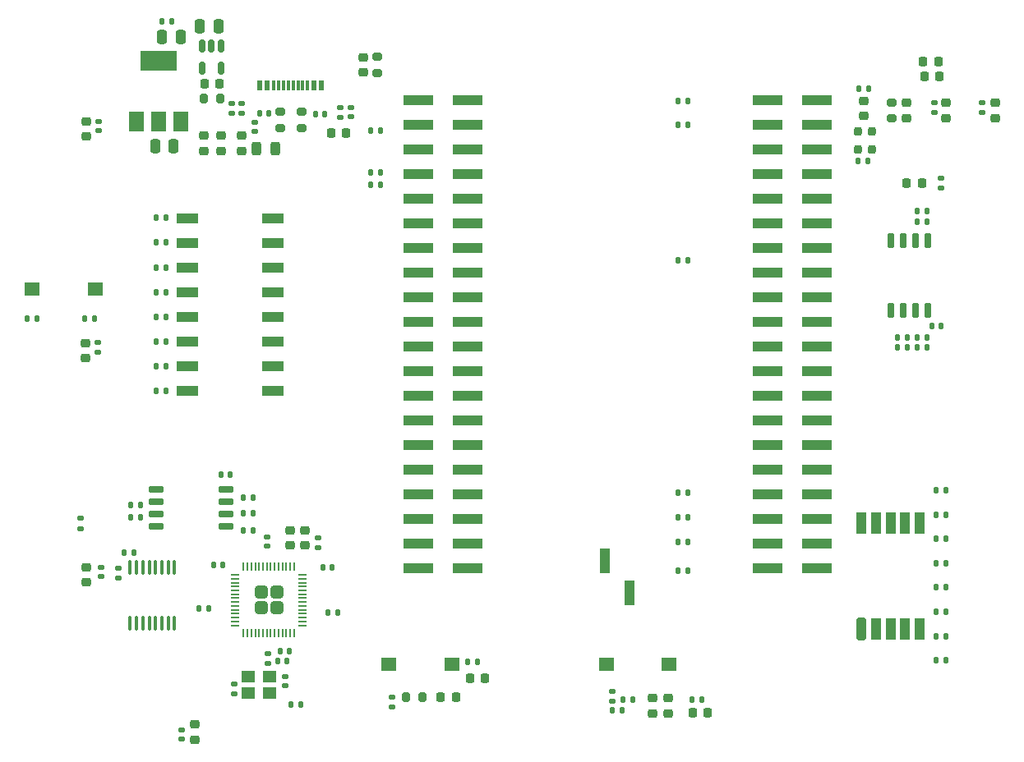
<source format=gbr>
G04 #@! TF.GenerationSoftware,KiCad,Pcbnew,8.0.1-8.0.1-1~ubuntu22.04.1*
G04 #@! TF.CreationDate,2024-04-26T22:25:13-04:00*
G04 #@! TF.ProjectId,tinytapeout-demo,74696e79-7461-4706-956f-75742d64656d,1.2.2*
G04 #@! TF.SameCoordinates,PX35e1f20PY8044ea0*
G04 #@! TF.FileFunction,Paste,Top*
G04 #@! TF.FilePolarity,Positive*
%FSLAX46Y46*%
G04 Gerber Fmt 4.6, Leading zero omitted, Abs format (unit mm)*
G04 Created by KiCad (PCBNEW 8.0.1-8.0.1-1~ubuntu22.04.1) date 2024-04-26 22:25:13*
%MOMM*%
%LPD*%
G01*
G04 APERTURE LIST*
G04 Aperture macros list*
%AMRoundRect*
0 Rectangle with rounded corners*
0 $1 Rounding radius*
0 $2 $3 $4 $5 $6 $7 $8 $9 X,Y pos of 4 corners*
0 Add a 4 corners polygon primitive as box body*
4,1,4,$2,$3,$4,$5,$6,$7,$8,$9,$2,$3,0*
0 Add four circle primitives for the rounded corners*
1,1,$1+$1,$2,$3*
1,1,$1+$1,$4,$5*
1,1,$1+$1,$6,$7*
1,1,$1+$1,$8,$9*
0 Add four rect primitives between the rounded corners*
20,1,$1+$1,$2,$3,$4,$5,0*
20,1,$1+$1,$4,$5,$6,$7,0*
20,1,$1+$1,$6,$7,$8,$9,0*
20,1,$1+$1,$8,$9,$2,$3,0*%
G04 Aperture macros list end*
%ADD10RoundRect,0.225000X0.225000X0.250000X-0.225000X0.250000X-0.225000X-0.250000X0.225000X-0.250000X0*%
%ADD11RoundRect,0.135000X0.185000X-0.135000X0.185000X0.135000X-0.185000X0.135000X-0.185000X-0.135000X0*%
%ADD12RoundRect,0.225000X-0.250000X0.225000X-0.250000X-0.225000X0.250000X-0.225000X0.250000X0.225000X0*%
%ADD13RoundRect,0.140000X-0.140000X-0.170000X0.140000X-0.170000X0.140000X0.170000X-0.140000X0.170000X0*%
%ADD14RoundRect,0.135000X-0.185000X0.135000X-0.185000X-0.135000X0.185000X-0.135000X0.185000X0.135000X0*%
%ADD15RoundRect,0.135000X0.135000X0.185000X-0.135000X0.185000X-0.135000X-0.185000X0.135000X-0.185000X0*%
%ADD16R,0.600000X1.100000*%
%ADD17R,0.300000X1.100000*%
%ADD18RoundRect,0.225000X0.250000X-0.225000X0.250000X0.225000X-0.250000X0.225000X-0.250000X-0.225000X0*%
%ADD19RoundRect,0.250000X0.250000X0.475000X-0.250000X0.475000X-0.250000X-0.475000X0.250000X-0.475000X0*%
%ADD20RoundRect,0.135000X-0.135000X-0.185000X0.135000X-0.185000X0.135000X0.185000X-0.135000X0.185000X0*%
%ADD21RoundRect,0.140000X-0.170000X0.140000X-0.170000X-0.140000X0.170000X-0.140000X0.170000X0.140000X0*%
%ADD22RoundRect,0.200000X-0.200000X-0.275000X0.200000X-0.275000X0.200000X0.275000X-0.200000X0.275000X0*%
%ADD23RoundRect,0.140000X0.170000X-0.140000X0.170000X0.140000X-0.170000X0.140000X-0.170000X-0.140000X0*%
%ADD24R,1.400000X1.200000*%
%ADD25RoundRect,0.200000X0.275000X-0.200000X0.275000X0.200000X-0.275000X0.200000X-0.275000X-0.200000X0*%
%ADD26RoundRect,0.140000X0.140000X0.170000X-0.140000X0.170000X-0.140000X-0.170000X0.140000X-0.170000X0*%
%ADD27R,1.500000X1.400000*%
%ADD28R,1.000000X2.510000*%
%ADD29RoundRect,0.200000X0.200000X0.275000X-0.200000X0.275000X-0.200000X-0.275000X0.200000X-0.275000X0*%
%ADD30R,2.200000X1.100000*%
%ADD31RoundRect,0.150000X-0.150000X0.650000X-0.150000X-0.650000X0.150000X-0.650000X0.150000X0.650000X0*%
%ADD32RoundRect,0.200000X0.300000X-0.950000X0.300000X0.950000X-0.300000X0.950000X-0.300000X-0.950000X0*%
%ADD33R,1.000000X2.300000*%
%ADD34RoundRect,0.150000X-0.650000X-0.150000X0.650000X-0.150000X0.650000X0.150000X-0.650000X0.150000X0*%
%ADD35RoundRect,0.249999X-0.395001X-0.395001X0.395001X-0.395001X0.395001X0.395001X-0.395001X0.395001X0*%
%ADD36RoundRect,0.050000X-0.387500X-0.050000X0.387500X-0.050000X0.387500X0.050000X-0.387500X0.050000X0*%
%ADD37RoundRect,0.050000X-0.050000X-0.387500X0.050000X-0.387500X0.050000X0.387500X-0.050000X0.387500X0*%
%ADD38RoundRect,0.243750X0.243750X0.456250X-0.243750X0.456250X-0.243750X-0.456250X0.243750X-0.456250X0*%
%ADD39RoundRect,0.218750X-0.218750X-0.256250X0.218750X-0.256250X0.218750X0.256250X-0.218750X0.256250X0*%
%ADD40RoundRect,0.200000X0.200000X0.250000X-0.200000X0.250000X-0.200000X-0.250000X0.200000X-0.250000X0*%
%ADD41RoundRect,0.100000X0.100000X-0.637500X0.100000X0.637500X-0.100000X0.637500X-0.100000X-0.637500X0*%
%ADD42RoundRect,0.150000X-0.150000X0.512500X-0.150000X-0.512500X0.150000X-0.512500X0.150000X0.512500X0*%
%ADD43R,1.500000X2.000000*%
%ADD44R,3.800000X2.000000*%
%ADD45R,3.150000X1.000000*%
%ADD46RoundRect,0.218750X0.256250X-0.218750X0.256250X0.218750X-0.256250X0.218750X-0.256250X-0.218750X0*%
%ADD47RoundRect,0.250000X-0.250000X-0.475000X0.250000X-0.475000X0.250000X0.475000X-0.250000X0.475000X0*%
G04 APERTURE END LIST*
D10*
G04 #@! TO.C,C21*
X95075000Y74500000D03*
X93525000Y74500000D03*
G04 #@! TD*
D11*
G04 #@! TO.C,R15*
X99500000Y70790000D03*
X99500000Y71810000D03*
G04 #@! TD*
D12*
G04 #@! TO.C,C32*
X28200000Y27700000D03*
X28200000Y26150000D03*
G04 #@! TD*
D13*
G04 #@! TO.C,C23*
X68195000Y72000000D03*
X69155000Y72000000D03*
G04 #@! TD*
G04 #@! TO.C,C36*
X26920000Y14250000D03*
X27880000Y14250000D03*
G04 #@! TD*
D14*
G04 #@! TO.C,R20*
X22200000Y71710000D03*
X22200000Y70690000D03*
G04 #@! TD*
D15*
G04 #@! TO.C,R38*
X24360000Y31050000D03*
X23340000Y31050000D03*
G04 #@! TD*
D16*
G04 #@! TO.C,J15*
X31450000Y73550000D03*
X30650000Y73550000D03*
D17*
X29500000Y73550000D03*
X28500000Y73550000D03*
X28000000Y73550000D03*
X27000000Y73550000D03*
D16*
X25050000Y73550000D03*
X25850000Y73550000D03*
D17*
X26500000Y73550000D03*
X27500000Y73550000D03*
X29000000Y73550000D03*
X30000000Y73550000D03*
G04 #@! TD*
D18*
G04 #@! TO.C,C48*
X23200000Y66825000D03*
X23200000Y68375000D03*
G04 #@! TD*
D19*
G04 #@! TO.C,C6*
X16190000Y67290000D03*
X14290000Y67290000D03*
G04 #@! TD*
D20*
G04 #@! TO.C,R5*
X14390000Y52271429D03*
X15410000Y52271429D03*
G04 #@! TD*
D21*
G04 #@! TO.C,C56*
X8700000Y23880000D03*
X8700000Y22920000D03*
G04 #@! TD*
D19*
G04 #@! TO.C,C7*
X20800000Y79700000D03*
X18900000Y79700000D03*
G04 #@! TD*
D22*
G04 #@! TO.C,R7*
X40175000Y10500000D03*
X41825000Y10500000D03*
G04 #@! TD*
D20*
G04 #@! TO.C,R1*
X14390000Y42100000D03*
X15410000Y42100000D03*
G04 #@! TD*
D23*
G04 #@! TO.C,C29*
X22400000Y10870000D03*
X22400000Y11830000D03*
G04 #@! TD*
D13*
G04 #@! TO.C,C24*
X68195000Y29000000D03*
X69155000Y29000000D03*
G04 #@! TD*
G04 #@! TO.C,C8*
X46520000Y14100000D03*
X47480000Y14100000D03*
G04 #@! TD*
D24*
G04 #@! TO.C,Y1*
X23900000Y10900000D03*
X26100000Y10900000D03*
X26100000Y12600000D03*
X23900000Y12600000D03*
G04 #@! TD*
D25*
G04 #@! TO.C,R18*
X90200000Y70175000D03*
X90200000Y71825000D03*
G04 #@! TD*
D21*
G04 #@! TO.C,C58*
X8500000Y69880000D03*
X8500000Y68920000D03*
G04 #@! TD*
D13*
G04 #@! TO.C,C27*
X11120000Y25400000D03*
X12080000Y25400000D03*
G04 #@! TD*
D20*
G04 #@! TO.C,R11*
X14390000Y59900000D03*
X15410000Y59900000D03*
G04 #@! TD*
D18*
G04 #@! TO.C,C16*
X67100000Y8825000D03*
X67100000Y10375000D03*
G04 #@! TD*
D15*
G04 #@! TO.C,R43*
X93810000Y59500000D03*
X92790000Y59500000D03*
G04 #@! TD*
D21*
G04 #@! TO.C,C46*
X34500000Y71280000D03*
X34500000Y70320000D03*
G04 #@! TD*
D23*
G04 #@! TO.C,C4*
X17020000Y6165000D03*
X17020000Y7125000D03*
G04 #@! TD*
D15*
G04 #@! TO.C,R24*
X95765000Y26808572D03*
X94745000Y26808572D03*
G04 #@! TD*
G04 #@! TO.C,R22*
X95765000Y31820000D03*
X94745000Y31820000D03*
G04 #@! TD*
D21*
G04 #@! TO.C,C47*
X23200000Y71680000D03*
X23200000Y70720000D03*
G04 #@! TD*
D20*
G04 #@! TO.C,R3*
X14390000Y47185715D03*
X15410000Y47185715D03*
G04 #@! TD*
D13*
G04 #@! TO.C,C2*
X62520000Y10200000D03*
X63480000Y10200000D03*
G04 #@! TD*
D26*
G04 #@! TO.C,C18*
X69155000Y26500000D03*
X68195000Y26500000D03*
G04 #@! TD*
D20*
G04 #@! TO.C,R41*
X28290000Y9700000D03*
X29310000Y9700000D03*
G04 #@! TD*
D18*
G04 #@! TO.C,C42*
X87300000Y70425000D03*
X87300000Y71975000D03*
G04 #@! TD*
D27*
G04 #@! TO.C,SW2*
X67250000Y13900000D03*
X60750000Y13900000D03*
G04 #@! TD*
D14*
G04 #@! TO.C,R8*
X61400000Y11110000D03*
X61400000Y10090000D03*
G04 #@! TD*
D26*
G04 #@! TO.C,C28*
X87680000Y65800000D03*
X86720000Y65800000D03*
G04 #@! TD*
D12*
G04 #@! TO.C,C49*
X19300000Y68375000D03*
X19300000Y66825000D03*
G04 #@! TD*
D13*
G04 #@! TO.C,C35*
X32120000Y19200000D03*
X33080000Y19200000D03*
G04 #@! TD*
D28*
G04 #@! TO.C,J7*
X63190000Y21245000D03*
X60650000Y24555000D03*
G04 #@! TD*
D11*
G04 #@! TO.C,R12*
X38700000Y9490000D03*
X38700000Y10510000D03*
G04 #@! TD*
D10*
G04 #@! TO.C,C25*
X94975000Y76040000D03*
X93425000Y76040000D03*
G04 #@! TD*
D12*
G04 #@! TO.C,C5*
X18400000Y7675000D03*
X18400000Y6125000D03*
G04 #@! TD*
D20*
G04 #@! TO.C,R13*
X61390000Y9100000D03*
X62410000Y9100000D03*
G04 #@! TD*
D14*
G04 #@! TO.C,R21*
X33400000Y71310000D03*
X33400000Y70290000D03*
G04 #@! TD*
D20*
G04 #@! TO.C,R42*
X86790000Y73200000D03*
X87810000Y73200000D03*
G04 #@! TD*
D29*
G04 #@! TO.C,R49*
X20975000Y72200000D03*
X19325000Y72200000D03*
G04 #@! TD*
D20*
G04 #@! TO.C,R2*
X14390000Y44642858D03*
X15410000Y44642858D03*
G04 #@! TD*
D30*
G04 #@! TO.C,SW4*
X17600000Y59890000D03*
X17600000Y57350000D03*
X17600000Y54810000D03*
X17600000Y52270000D03*
X17600000Y49730000D03*
X17600000Y47190000D03*
X17600000Y44650000D03*
X17600000Y42110000D03*
X26400000Y42110000D03*
X26400000Y44650000D03*
X26400000Y47190000D03*
X26400000Y49730000D03*
X26400000Y52270000D03*
X26400000Y54810000D03*
X26400000Y57350000D03*
X26400000Y59890000D03*
G04 #@! TD*
D14*
G04 #@! TO.C,R19*
X95250000Y64010000D03*
X95250000Y62990000D03*
G04 #@! TD*
D25*
G04 #@! TO.C,D5*
X29400000Y69175000D03*
X29400000Y70825000D03*
G04 #@! TD*
D31*
G04 #@! TO.C,U7*
X93905000Y57600000D03*
X92635000Y57600000D03*
X91365000Y57600000D03*
X90095000Y57600000D03*
X90095000Y50400000D03*
X91365000Y50400000D03*
X92635000Y50400000D03*
X93905000Y50400000D03*
G04 #@! TD*
D21*
G04 #@! TO.C,C30*
X27700000Y12630000D03*
X27700000Y11670000D03*
G04 #@! TD*
D15*
G04 #@! TO.C,R28*
X95765000Y16785716D03*
X94745000Y16785716D03*
G04 #@! TD*
D26*
G04 #@! TO.C,C39*
X21280000Y24100000D03*
X20320000Y24100000D03*
G04 #@! TD*
D32*
G04 #@! TO.C,U1*
X87050000Y17550000D03*
D33*
X88550000Y17550000D03*
X90050000Y17550000D03*
X91550000Y17550000D03*
X93050000Y17550000D03*
X93050000Y28450000D03*
X91550000Y28450000D03*
X90050000Y28450000D03*
X88550000Y28450000D03*
X87050000Y28450000D03*
G04 #@! TD*
D15*
G04 #@! TO.C,R23*
X95765000Y29314286D03*
X94745000Y29314286D03*
G04 #@! TD*
D26*
G04 #@! TO.C,C38*
X19780000Y19600000D03*
X18820000Y19600000D03*
G04 #@! TD*
D15*
G04 #@! TO.C,R45*
X93810000Y47600000D03*
X92790000Y47600000D03*
G04 #@! TD*
D34*
G04 #@! TO.C,U5*
X14400000Y31905000D03*
X14400000Y30635000D03*
X14400000Y29365000D03*
X14400000Y28095000D03*
X21600000Y28095000D03*
X21600000Y29365000D03*
X21600000Y30635000D03*
X21600000Y31905000D03*
G04 #@! TD*
D18*
G04 #@! TO.C,C37*
X29700000Y26125000D03*
X29700000Y27675000D03*
G04 #@! TD*
D20*
G04 #@! TO.C,R35*
X11740000Y29035000D03*
X12760000Y29035000D03*
G04 #@! TD*
D35*
G04 #@! TO.C,U6*
X25200000Y21300000D03*
X25200000Y19700000D03*
X26800000Y21300000D03*
X26800000Y19700000D03*
D36*
X22562500Y23100000D03*
X22562500Y22700000D03*
X22562500Y22300000D03*
X22562500Y21900000D03*
X22562500Y21500000D03*
X22562500Y21100000D03*
X22562500Y20700000D03*
X22562500Y20300000D03*
X22562500Y19900000D03*
X22562500Y19500000D03*
X22562500Y19100000D03*
X22562500Y18700000D03*
X22562500Y18300000D03*
X22562500Y17900000D03*
D37*
X23400000Y17062500D03*
X23800000Y17062500D03*
X24200000Y17062500D03*
X24600000Y17062500D03*
X25000000Y17062500D03*
X25400000Y17062500D03*
X25800000Y17062500D03*
X26200000Y17062500D03*
X26600000Y17062500D03*
X27000000Y17062500D03*
X27400000Y17062500D03*
X27800000Y17062500D03*
X28200000Y17062500D03*
X28600000Y17062500D03*
D36*
X29437500Y17900000D03*
X29437500Y18300000D03*
X29437500Y18700000D03*
X29437500Y19100000D03*
X29437500Y19500000D03*
X29437500Y19900000D03*
X29437500Y20300000D03*
X29437500Y20700000D03*
X29437500Y21100000D03*
X29437500Y21500000D03*
X29437500Y21900000D03*
X29437500Y22300000D03*
X29437500Y22700000D03*
X29437500Y23100000D03*
D37*
X28600000Y23937500D03*
X28200000Y23937500D03*
X27800000Y23937500D03*
X27400000Y23937500D03*
X27000000Y23937500D03*
X26600000Y23937500D03*
X26200000Y23937500D03*
X25800000Y23937500D03*
X25400000Y23937500D03*
X25000000Y23937500D03*
X24600000Y23937500D03*
X24200000Y23937500D03*
X23800000Y23937500D03*
X23400000Y23937500D03*
G04 #@! TD*
D23*
G04 #@! TO.C,C33*
X31100000Y25920000D03*
X31100000Y26880000D03*
G04 #@! TD*
D15*
G04 #@! TO.C,R27*
X95765000Y19291430D03*
X94745000Y19291430D03*
G04 #@! TD*
D13*
G04 #@! TO.C,C20*
X68195000Y55500000D03*
X69155000Y55500000D03*
G04 #@! TD*
D10*
G04 #@! TO.C,C9*
X48275000Y12400000D03*
X46725000Y12400000D03*
G04 #@! TD*
D38*
G04 #@! TO.C,F1*
X26637500Y67050000D03*
X24762500Y67050000D03*
G04 #@! TD*
D13*
G04 #@! TO.C,C12*
X15020000Y80200000D03*
X15980000Y80200000D03*
G04 #@! TD*
D20*
G04 #@! TO.C,R40*
X11740000Y30335000D03*
X12760000Y30335000D03*
G04 #@! TD*
D26*
G04 #@! TO.C,C45*
X26000000Y70700000D03*
X25040000Y70700000D03*
G04 #@! TD*
D39*
G04 #@! TO.C,F2*
X32412500Y68700000D03*
X33987500Y68700000D03*
G04 #@! TD*
D11*
G04 #@! TO.C,R37*
X25900000Y13990000D03*
X25900000Y15010000D03*
G04 #@! TD*
D13*
G04 #@! TO.C,C26*
X68195000Y23500000D03*
X69155000Y23500000D03*
G04 #@! TD*
G04 #@! TO.C,C19*
X68195000Y69500000D03*
X69155000Y69500000D03*
G04 #@! TD*
D40*
G04 #@! TO.C,X1*
X88125000Y66975000D03*
X88125000Y68825000D03*
X86675000Y68825000D03*
X86675000Y66975000D03*
G04 #@! TD*
D10*
G04 #@! TO.C,C15*
X71225000Y8900000D03*
X69675000Y8900000D03*
G04 #@! TD*
D27*
G04 #@! TO.C,SW3*
X1650000Y52600000D03*
X8150000Y52600000D03*
G04 #@! TD*
D25*
G04 #@! TO.C,R16*
X37200000Y74875000D03*
X37200000Y76525000D03*
G04 #@! TD*
D18*
G04 #@! TO.C,C17*
X65500000Y8825000D03*
X65500000Y10375000D03*
G04 #@! TD*
D41*
G04 #@! TO.C,U4*
X11725000Y18137500D03*
X12375000Y18137500D03*
X13025000Y18137500D03*
X13675000Y18137500D03*
X14325000Y18137500D03*
X14975000Y18137500D03*
X15625000Y18137500D03*
X16275000Y18137500D03*
X16275000Y23862500D03*
X15625000Y23862500D03*
X14975000Y23862500D03*
X14325000Y23862500D03*
X13675000Y23862500D03*
X13025000Y23862500D03*
X12375000Y23862500D03*
X11725000Y23862500D03*
G04 #@! TD*
D27*
G04 #@! TO.C,SW1*
X38350000Y13900000D03*
X44850000Y13900000D03*
G04 #@! TD*
D18*
G04 #@! TO.C,C3*
X35700000Y74925000D03*
X35700000Y76475000D03*
G04 #@! TD*
D11*
G04 #@! TO.C,R17*
X94550000Y70790000D03*
X94550000Y71810000D03*
G04 #@! TD*
D13*
G04 #@! TO.C,C34*
X31570000Y23900000D03*
X32530000Y23900000D03*
G04 #@! TD*
D15*
G04 #@! TO.C,R31*
X37510000Y64600000D03*
X36490000Y64600000D03*
G04 #@! TD*
D42*
G04 #@! TO.C,U3*
X21050000Y77637500D03*
X20100000Y77637500D03*
X19150000Y77637500D03*
X19150000Y75362500D03*
X21050000Y75362500D03*
G04 #@! TD*
D21*
G04 #@! TO.C,C60*
X8400000Y47030000D03*
X8400000Y46070000D03*
G04 #@! TD*
D43*
G04 #@! TO.C,U2*
X12350000Y69850000D03*
X14650000Y69850000D03*
D44*
X14650000Y76150000D03*
D43*
X16950000Y69850000D03*
G04 #@! TD*
D15*
G04 #@! TO.C,R25*
X95765000Y24302858D03*
X94745000Y24302858D03*
G04 #@! TD*
G04 #@! TO.C,R29*
X95765000Y14280000D03*
X94745000Y14280000D03*
G04 #@! TD*
D18*
G04 #@! TO.C,C61*
X7150000Y45425000D03*
X7150000Y46975000D03*
G04 #@! TD*
D15*
G04 #@! TO.C,R47*
X93810000Y46600000D03*
X92790000Y46600000D03*
G04 #@! TD*
D20*
G04 #@! TO.C,R6*
X14390000Y54814286D03*
X15410000Y54814286D03*
G04 #@! TD*
D10*
G04 #@! TO.C,C11*
X20925000Y73700000D03*
X19375000Y73700000D03*
G04 #@! TD*
D45*
G04 #@! TO.C,J4*
X41395000Y72030000D03*
X46445000Y72030000D03*
X41395000Y69490000D03*
X46445000Y69490000D03*
X41395000Y66950000D03*
X46445000Y66950000D03*
X41395000Y64410000D03*
X46445000Y64410000D03*
X41395000Y61870000D03*
X46445000Y61870000D03*
X41395000Y59330000D03*
X46445000Y59330000D03*
X41395000Y56790000D03*
X46445000Y56790000D03*
X41395000Y54250000D03*
X46445000Y54250000D03*
X41395000Y51710000D03*
X46445000Y51710000D03*
X41395000Y49170000D03*
X46445000Y49170000D03*
X41395000Y46630000D03*
X46445000Y46630000D03*
X41395000Y44090000D03*
X46445000Y44090000D03*
X41395000Y41550000D03*
X46445000Y41550000D03*
X41395000Y39010000D03*
X46445000Y39010000D03*
X41395000Y36470000D03*
X46445000Y36470000D03*
X41395000Y33930000D03*
X46445000Y33930000D03*
X41395000Y31390000D03*
X46445000Y31390000D03*
X41395000Y28850000D03*
X46445000Y28850000D03*
X41395000Y26310000D03*
X46445000Y26310000D03*
X41395000Y23770000D03*
X46445000Y23770000D03*
X77395000Y72030000D03*
X82445000Y72030000D03*
X77395000Y69490000D03*
X82445000Y69490000D03*
X77395000Y66950000D03*
X82445000Y66950000D03*
X77395000Y64410000D03*
X82445000Y64410000D03*
X77395000Y61870000D03*
X82445000Y61870000D03*
X77395000Y59330000D03*
X82445000Y59330000D03*
X77395000Y56790000D03*
X82445000Y56790000D03*
X77395000Y54250000D03*
X82445000Y54250000D03*
X77395000Y51710000D03*
X82445000Y51710000D03*
X77395000Y49170000D03*
X82445000Y49170000D03*
X77395000Y46630000D03*
X82445000Y46630000D03*
X77395000Y44090000D03*
X82445000Y44090000D03*
X77395000Y41550000D03*
X82445000Y41550000D03*
X77395000Y39010000D03*
X82445000Y39010000D03*
X77395000Y36470000D03*
X82445000Y36470000D03*
X77395000Y33930000D03*
X82445000Y33930000D03*
X77395000Y31390000D03*
X82445000Y31390000D03*
X77395000Y28850000D03*
X82445000Y28850000D03*
X77395000Y26310000D03*
X82445000Y26310000D03*
X77395000Y23770000D03*
X82445000Y23770000D03*
G04 #@! TD*
D26*
G04 #@! TO.C,C43*
X95280000Y48800000D03*
X94320000Y48800000D03*
G04 #@! TD*
D20*
G04 #@! TO.C,R10*
X14390000Y57357143D03*
X15410000Y57357143D03*
G04 #@! TD*
D46*
G04 #@! TO.C,D2*
X95800000Y70212500D03*
X95800000Y71787500D03*
G04 #@! TD*
D20*
G04 #@! TO.C,R30*
X36490000Y68900000D03*
X37510000Y68900000D03*
G04 #@! TD*
D15*
G04 #@! TO.C,R44*
X93810000Y60600000D03*
X92790000Y60600000D03*
G04 #@! TD*
G04 #@! TO.C,R26*
X95765000Y21797144D03*
X94745000Y21797144D03*
G04 #@! TD*
D23*
G04 #@! TO.C,C41*
X25800000Y26070000D03*
X25800000Y27030000D03*
G04 #@! TD*
G04 #@! TO.C,C13*
X24550000Y68820000D03*
X24550000Y69780000D03*
G04 #@! TD*
D15*
G04 #@! TO.C,R48*
X91810000Y47600000D03*
X90790000Y47600000D03*
G04 #@! TD*
D46*
G04 #@! TO.C,FB1*
X21050000Y66812500D03*
X21050000Y68387500D03*
G04 #@! TD*
D18*
G04 #@! TO.C,C57*
X7200000Y22325000D03*
X7200000Y23875000D03*
G04 #@! TD*
D13*
G04 #@! TO.C,C14*
X69620000Y10200000D03*
X70580000Y10200000D03*
G04 #@! TD*
D46*
G04 #@! TO.C,D3*
X91700000Y70212500D03*
X91700000Y71787500D03*
G04 #@! TD*
D15*
G04 #@! TO.C,R34*
X24410000Y29450000D03*
X23390000Y29450000D03*
G04 #@! TD*
D20*
G04 #@! TO.C,R9*
X6990000Y49500000D03*
X8010000Y49500000D03*
G04 #@! TD*
D15*
G04 #@! TO.C,R46*
X91810000Y46600000D03*
X90790000Y46600000D03*
G04 #@! TD*
D14*
G04 #@! TO.C,R33*
X10500000Y23810000D03*
X10500000Y22790000D03*
G04 #@! TD*
D46*
G04 #@! TO.C,D1*
X100800000Y70212500D03*
X100800000Y71787500D03*
G04 #@! TD*
D15*
G04 #@! TO.C,R39*
X24410000Y27700000D03*
X23390000Y27700000D03*
G04 #@! TD*
D47*
G04 #@! TO.C,C10*
X15000000Y78540000D03*
X16900000Y78540000D03*
G04 #@! TD*
D25*
G04 #@! TO.C,D6*
X27200000Y69175000D03*
X27200000Y70825000D03*
G04 #@! TD*
D39*
G04 #@! TO.C,D4*
X91712500Y63500000D03*
X93287500Y63500000D03*
G04 #@! TD*
D20*
G04 #@! TO.C,R32*
X36490000Y63300000D03*
X37510000Y63300000D03*
G04 #@! TD*
G04 #@! TO.C,R4*
X14390000Y49728572D03*
X15410000Y49728572D03*
G04 #@! TD*
D13*
G04 #@! TO.C,C40*
X27170000Y15200000D03*
X28130000Y15200000D03*
G04 #@! TD*
D10*
G04 #@! TO.C,C1*
X45275000Y10500000D03*
X43725000Y10500000D03*
G04 #@! TD*
D13*
G04 #@! TO.C,C44*
X30820000Y70600000D03*
X31780000Y70600000D03*
G04 #@! TD*
D11*
G04 #@! TO.C,R36*
X6600000Y27890000D03*
X6600000Y28910000D03*
G04 #@! TD*
D18*
G04 #@! TO.C,C59*
X7200000Y68325000D03*
X7200000Y69875000D03*
G04 #@! TD*
D13*
G04 #@! TO.C,C31*
X21070000Y33400000D03*
X22030000Y33400000D03*
G04 #@! TD*
G04 #@! TO.C,C22*
X68195000Y31540000D03*
X69155000Y31540000D03*
G04 #@! TD*
D20*
G04 #@! TO.C,R14*
X1090000Y49500000D03*
X2110000Y49500000D03*
G04 #@! TD*
M02*

</source>
